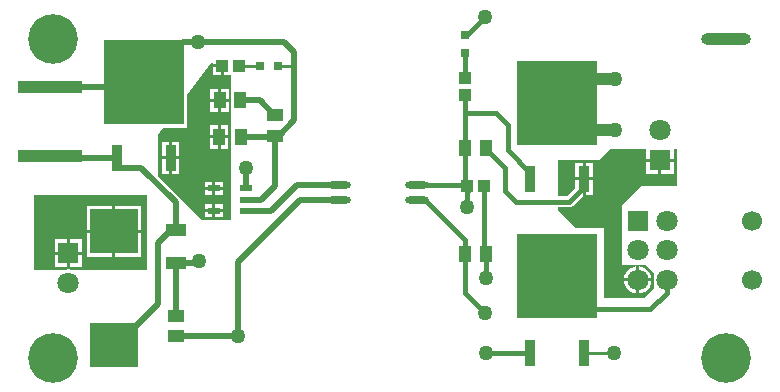
<source format=gtl>
G04*
G04 #@! TF.GenerationSoftware,Altium Limited,Altium Designer,18.1.11 (251)*
G04*
G04 Layer_Physical_Order=1*
G04 Layer_Color=255*
%FSLAX25Y25*%
%MOIN*%
G70*
G01*
G75*
%ADD17R,0.04331X0.05512*%
%ADD18R,0.04134X0.03937*%
%ADD19R,0.03150X0.03150*%
%ADD20R,0.03937X0.04134*%
%ADD21R,0.03150X0.03150*%
%ADD22O,0.07874X0.02362*%
%ADD23R,0.03740X0.08858*%
%ADD24R,0.26772X0.28347*%
%ADD25R,0.03740X0.08661*%
%ADD26R,0.03937X0.02362*%
%ADD27R,0.06693X0.04331*%
%ADD28R,0.05512X0.04331*%
%ADD29R,0.21260X0.04134*%
%ADD30R,0.04134X0.05709*%
%ADD31R,0.15984X0.15000*%
%ADD53C,0.01575*%
%ADD54C,0.03937*%
%ADD55C,0.01000*%
%ADD56C,0.01968*%
%ADD57O,0.16535X0.04016*%
%ADD58C,0.06693*%
%ADD59C,0.07087*%
%ADD60R,0.07087X0.07087*%
%ADD61C,0.16535*%
%ADD62C,0.05000*%
G36*
X47244Y70079D02*
Y44882D01*
X22568Y44882D01*
X22052Y45096D01*
X20866Y45252D01*
X19680Y45096D01*
X19164Y44882D01*
X9449D01*
X9449Y69685D01*
Y70079D01*
X10236D01*
X47244Y70079D01*
D02*
G37*
G36*
X69161Y113591D02*
X72228D01*
Y113091D01*
X72728D01*
Y110122D01*
X75197D01*
Y105331D01*
X75083D01*
Y97819D01*
X75197D01*
X75197Y61811D01*
X65354D01*
X58177Y68989D01*
X58123Y69068D01*
X50787Y76404D01*
Y90158D01*
X52519Y92504D01*
X60449D01*
Y103248D01*
X68513Y114173D01*
X69161D01*
Y113591D01*
D02*
G37*
G36*
X223661Y72934D02*
X211948D01*
X205551Y66536D01*
X205551Y46850D01*
X213386Y46850D01*
X216142Y44094D01*
Y42959D01*
X216125Y42918D01*
X215969Y41732D01*
X216125Y40546D01*
X216142Y40505D01*
Y38976D01*
X212992Y35827D01*
X199606D01*
X199606Y59055D01*
X190157D01*
X184291Y64922D01*
Y65894D01*
X187795D01*
X187795Y65894D01*
X188493Y66033D01*
X189084Y66428D01*
X192335Y69679D01*
Y74894D01*
X189965D01*
Y72463D01*
X187040Y69539D01*
X184291D01*
X184291Y81851D01*
X198070Y81851D01*
X201614Y85394D01*
X213567D01*
Y82114D01*
X218110D01*
X222654D01*
Y85394D01*
X223661D01*
Y72934D01*
D02*
G37*
%LPC*%
G36*
X45079Y66374D02*
X36587D01*
Y58374D01*
X45079D01*
Y66374D01*
D02*
G37*
G36*
X35587D02*
X27095D01*
Y58374D01*
X35587D01*
Y66374D01*
D02*
G37*
G36*
X25409Y55213D02*
X21366D01*
Y51169D01*
X25409D01*
Y55213D01*
D02*
G37*
G36*
X20366D02*
X16323D01*
Y51169D01*
X20366D01*
Y55213D01*
D02*
G37*
G36*
X45079Y57374D02*
X36587D01*
Y49374D01*
X45079D01*
Y57374D01*
D02*
G37*
G36*
X35587D02*
X27095D01*
Y49374D01*
X35587D01*
Y57374D01*
D02*
G37*
G36*
X25409Y50169D02*
X21366D01*
Y46126D01*
X25409D01*
Y50169D01*
D02*
G37*
G36*
X20366D02*
X16323D01*
Y46126D01*
X20366D01*
Y50169D01*
D02*
G37*
G36*
X71728Y112591D02*
X69161D01*
Y110122D01*
X71728D01*
Y112591D01*
D02*
G37*
G36*
X74524Y105331D02*
X71858D01*
Y102075D01*
X74524D01*
Y105331D01*
D02*
G37*
G36*
X70858D02*
X68193D01*
Y102075D01*
X70858D01*
Y105331D01*
D02*
G37*
G36*
X74524Y101075D02*
X71858D01*
Y97819D01*
X74524D01*
Y101075D01*
D02*
G37*
G36*
X70858D02*
X68193D01*
Y97819D01*
X70858D01*
Y101075D01*
D02*
G37*
G36*
X74228Y93224D02*
X71661D01*
Y89870D01*
X74228D01*
Y93224D01*
D02*
G37*
G36*
X70661D02*
X68094D01*
Y89870D01*
X70661D01*
Y93224D01*
D02*
G37*
G36*
X74228Y88870D02*
X71661D01*
Y85516D01*
X74228D01*
Y88870D01*
D02*
G37*
G36*
X70661D02*
X68094D01*
Y85516D01*
X70661D01*
Y88870D01*
D02*
G37*
G36*
X57910Y87811D02*
X55539D01*
Y82980D01*
X57910D01*
Y87811D01*
D02*
G37*
G36*
X54539D02*
X52169D01*
Y82980D01*
X54539D01*
Y87811D01*
D02*
G37*
G36*
X57910Y81980D02*
X55539D01*
Y77150D01*
X57910D01*
Y81980D01*
D02*
G37*
G36*
X54539D02*
X52169D01*
Y77150D01*
X54539D01*
Y81980D01*
D02*
G37*
G36*
X72358Y74425D02*
X69890D01*
Y72744D01*
X72358D01*
Y74425D01*
D02*
G37*
G36*
X68890D02*
X66421D01*
Y72744D01*
X68890D01*
Y74425D01*
D02*
G37*
G36*
X72358Y71744D02*
X69890D01*
Y70063D01*
X72358D01*
Y71744D01*
D02*
G37*
G36*
X68890D02*
X66421D01*
Y70063D01*
X68890D01*
Y71744D01*
D02*
G37*
G36*
X72358Y66945D02*
X69890D01*
Y65264D01*
X72358D01*
Y66945D01*
D02*
G37*
G36*
X68890D02*
X66421D01*
Y65264D01*
X68890D01*
Y66945D01*
D02*
G37*
G36*
X72358Y64264D02*
X69890D01*
Y62583D01*
X72358D01*
Y64264D01*
D02*
G37*
G36*
X68890D02*
X66421D01*
Y62583D01*
X68890D01*
Y64264D01*
D02*
G37*
G36*
X222654Y81114D02*
X218610D01*
Y77071D01*
X222654D01*
Y81114D01*
D02*
G37*
G36*
X217610D02*
X213567D01*
Y77071D01*
X217610D01*
Y81114D01*
D02*
G37*
G36*
X195705Y80724D02*
X193335D01*
Y75894D01*
X195705D01*
Y80724D01*
D02*
G37*
G36*
X192335D02*
X189965D01*
Y75894D01*
X192335D01*
Y80724D01*
D02*
G37*
G36*
X195705Y74894D02*
X193335D01*
Y70063D01*
X195705D01*
Y74894D01*
D02*
G37*
G36*
X211209Y46249D02*
Y42232D01*
X215225D01*
X215135Y42918D01*
X214677Y44023D01*
X213949Y44973D01*
X213000Y45701D01*
X211895Y46159D01*
X211209Y46249D01*
D02*
G37*
G36*
X210209Y46249D02*
X209523Y46159D01*
X208417Y45701D01*
X207468Y44973D01*
X206740Y44023D01*
X206282Y42918D01*
X206192Y42232D01*
X210209D01*
Y46249D01*
D02*
G37*
G36*
X215225Y41232D02*
X211209D01*
Y37216D01*
X211895Y37306D01*
X213000Y37764D01*
X213949Y38492D01*
X214677Y39441D01*
X215135Y40546D01*
X215225Y41232D01*
D02*
G37*
G36*
X210209D02*
X206192D01*
X206282Y40546D01*
X206740Y39441D01*
X207468Y38492D01*
X208417Y37764D01*
X209523Y37306D01*
X210209Y37216D01*
Y41232D01*
D02*
G37*
%LPD*%
D17*
X160138Y85827D02*
D03*
X153248D02*
D03*
X153248Y50224D02*
D03*
X160138D02*
D03*
X78248Y101575D02*
D03*
X71358D02*
D03*
D18*
X159547Y72973D02*
D03*
X153839D02*
D03*
X72228Y113091D02*
D03*
X77937D02*
D03*
D19*
X153248Y117520D02*
D03*
Y123425D02*
D03*
D20*
Y103445D02*
D03*
Y109153D02*
D03*
D21*
X84842Y113091D02*
D03*
X90748D02*
D03*
D22*
X111024Y73366D02*
D03*
Y68366D02*
D03*
X137008Y73366D02*
D03*
Y68366D02*
D03*
D23*
X174882Y17323D02*
D03*
X192835D02*
D03*
D24*
X183858Y42913D02*
D03*
X183858Y100591D02*
D03*
X46063Y107677D02*
D03*
D25*
X192835Y75394D02*
D03*
X174882D02*
D03*
X55039Y82480D02*
D03*
X37087D02*
D03*
D26*
X80216Y64764D02*
D03*
Y68504D02*
D03*
Y72244D02*
D03*
X69390D02*
D03*
Y64764D02*
D03*
D27*
X56693Y58268D02*
D03*
Y47244D02*
D03*
D28*
Y29823D02*
D03*
Y22933D02*
D03*
X89764Y89862D02*
D03*
Y96752D02*
D03*
D29*
X14961Y82972D02*
D03*
Y106004D02*
D03*
D30*
X71161Y89370D02*
D03*
X78445D02*
D03*
D31*
X36087Y57874D02*
D03*
Y20079D02*
D03*
D53*
X183858Y100591D02*
X192835Y91614D01*
X183858Y100591D02*
X191929Y108661D01*
X183858Y42913D02*
X194882Y31890D01*
X214961D01*
X220551Y37480D01*
Y41732D01*
X160138Y17323D02*
X174882D01*
X153248Y37303D02*
Y50224D01*
Y37303D02*
X159843Y30709D01*
X192913Y74685D02*
X193622Y75394D01*
X159843Y85827D02*
X166535Y79134D01*
Y71260D02*
Y79134D01*
Y71260D02*
X170079Y67716D01*
X137401Y73366D02*
X154232D01*
X153248Y75098D02*
Y97146D01*
X153937Y71299D02*
X154724Y72087D01*
X153248Y97244D02*
X163386D01*
X153248D02*
Y103445D01*
X167323Y85071D02*
Y93307D01*
X163386Y97244D02*
X167323Y93307D01*
Y85071D02*
X174882Y77512D01*
X187795Y67716D02*
X192913Y72835D01*
X170079Y67716D02*
X187795D01*
X192913Y72835D02*
Y74685D01*
X153937Y66142D02*
Y71299D01*
X153839Y72973D02*
X154724Y72087D01*
X153248Y50224D02*
Y55020D01*
X139902Y68366D02*
X153248Y55020D01*
X153740Y123425D02*
X159843Y129528D01*
X153248Y123425D02*
X153740D01*
X153248Y109153D02*
Y117520D01*
X174882Y75394D02*
Y77512D01*
X159547Y50815D02*
Y72973D01*
X160138Y42520D02*
Y50224D01*
X159547Y50815D02*
X160138Y50224D01*
D54*
X192835Y91614D02*
X203150D01*
X191929Y108661D02*
X203150D01*
D55*
X202756Y17323D02*
X202756Y17323D01*
X192835Y17323D02*
X202756D01*
X160138Y17323D02*
X160138Y17323D01*
X44388Y106002D02*
X46063Y107677D01*
X137008Y68366D02*
X139902D01*
X95571Y113091D02*
X96063Y112598D01*
X90748Y113091D02*
X95571D01*
X77937D02*
X84842D01*
D56*
X78543Y89468D02*
X89764D01*
X14961Y106002D02*
X44388D01*
X89272Y97146D02*
X90551D01*
X84842Y101575D02*
X89272Y97146D01*
X78740Y101575D02*
X84842D01*
X59252Y120866D02*
X64173D01*
X92913D01*
X89764Y89468D02*
Y89862D01*
Y73090D02*
Y89468D01*
X85177Y68504D02*
X89764Y73090D01*
X97211Y73366D02*
X111024D01*
X88609Y64764D02*
X97211Y73366D01*
X80216Y64764D02*
X88609D01*
X80216Y68504D02*
X85177D01*
X96063Y94882D02*
Y112598D01*
X91043Y89862D02*
X96063Y94882D01*
X89764Y89862D02*
X91043D01*
X96063Y112598D02*
Y117717D01*
X37402Y79134D02*
X45197D01*
X37087Y79449D02*
X37402Y79134D01*
X37087Y79449D02*
Y82480D01*
X45197Y79134D02*
X56693Y67638D01*
Y58268D02*
Y67638D01*
X77559Y22933D02*
Y47638D01*
X98287Y68366D01*
X111024D01*
X92913Y120866D02*
X96063Y117717D01*
X90551Y97146D02*
X91339Y96358D01*
X56693Y22933D02*
X77559D01*
X46063Y107677D02*
X59252Y120866D01*
X63779Y47244D02*
X64567Y48031D01*
X56693Y47244D02*
X63779D01*
X80216Y72244D02*
Y79134D01*
X56693Y29823D02*
Y47244D01*
X78445Y89370D02*
X78543Y89468D01*
X20276Y82480D02*
X37087D01*
X50787Y53937D02*
X55118Y58268D01*
X50787Y33779D02*
Y53937D01*
X37087Y20079D02*
X50787Y33779D01*
X55118Y58268D02*
X56693D01*
D57*
X240158Y122047D02*
D03*
D58*
X248819Y41732D02*
D03*
Y61417D02*
D03*
D59*
X220551Y41732D02*
D03*
Y51575D02*
D03*
Y61417D02*
D03*
X210709Y41732D02*
D03*
Y51575D02*
D03*
X20866Y40669D02*
D03*
X218110Y91614D02*
D03*
D60*
X210709Y61417D02*
D03*
X20866Y50669D02*
D03*
X218110Y81614D02*
D03*
D61*
X15748Y15748D02*
D03*
Y122047D02*
D03*
X240158Y15748D02*
D03*
D62*
X203150Y91614D02*
D03*
Y108661D02*
D03*
X202756Y17323D02*
D03*
X160138Y17323D02*
D03*
X159843Y30709D02*
D03*
X153937Y66142D02*
D03*
X77559Y22933D02*
D03*
X159843Y129528D02*
D03*
X64173Y120866D02*
D03*
X64567Y48031D02*
D03*
X80216Y79134D02*
D03*
X160138Y42520D02*
D03*
M02*

</source>
